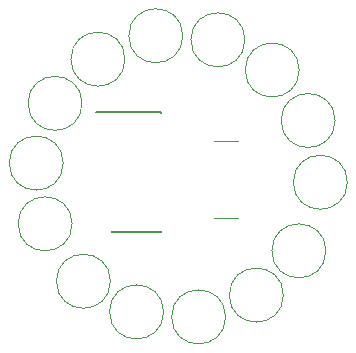
<source format=gbr>
G04 #@! TF.FileFunction,Legend,Top*
%FSLAX46Y46*%
G04 Gerber Fmt 4.6, Leading zero omitted, Abs format (unit mm)*
G04 Created by KiCad (PCBNEW 4.0.7) date 07/05/18 15:34:05*
%MOMM*%
%LPD*%
G01*
G04 APERTURE LIST*
%ADD10C,0.100000*%
%ADD11C,0.120000*%
%ADD12C,0.150000*%
G04 APERTURE END LIST*
D10*
D11*
X159839660Y-82562700D02*
G75*
G03X159839660Y-82562700I-2286000J0D01*
G01*
X161432240Y-77505560D02*
G75*
G03X161432240Y-77505560I-2286000J0D01*
G01*
X165064440Y-73761600D02*
G75*
G03X165064440Y-73761600I-2286000J0D01*
G01*
X169964100Y-71780400D02*
G75*
G03X169964100Y-71780400I-2286000J0D01*
G01*
X175221900Y-72123300D02*
G75*
G03X175221900Y-72123300I-2286000J0D01*
G01*
X179816760Y-74683620D02*
G75*
G03X179816760Y-74683620I-2286000J0D01*
G01*
X182862220Y-78958440D02*
G75*
G03X182862220Y-78958440I-2286000J0D01*
G01*
X183896000Y-84183220D02*
G75*
G03X183896000Y-84183220I-2286000J0D01*
G01*
X163835080Y-92565220D02*
G75*
G03X163835080Y-92565220I-2286000J0D01*
G01*
X178475640Y-93738700D02*
G75*
G03X178475640Y-93738700I-2286000J0D01*
G01*
X173586140Y-95582740D02*
G75*
G03X173586140Y-95582740I-2286000J0D01*
G01*
X168333420Y-95163640D02*
G75*
G03X168333420Y-95163640I-2286000J0D01*
G01*
X160594040Y-87703660D02*
G75*
G03X160594040Y-87703660I-2286000J0D01*
G01*
X182079900Y-89994740D02*
G75*
G03X182079900Y-89994740I-2286000J0D01*
G01*
X172571700Y-80664300D02*
X174671700Y-80664300D01*
X172571700Y-87204300D02*
X174671700Y-87204300D01*
D12*
X164002900Y-78249700D02*
X164002900Y-78274700D01*
X168152900Y-78249700D02*
X168152900Y-78354700D01*
X168152900Y-88399700D02*
X168152900Y-88294700D01*
X164002900Y-88399700D02*
X164002900Y-88294700D01*
X164002900Y-78249700D02*
X168152900Y-78249700D01*
X164002900Y-88399700D02*
X168152900Y-88399700D01*
X164002900Y-78274700D02*
X162627900Y-78274700D01*
M02*

</source>
